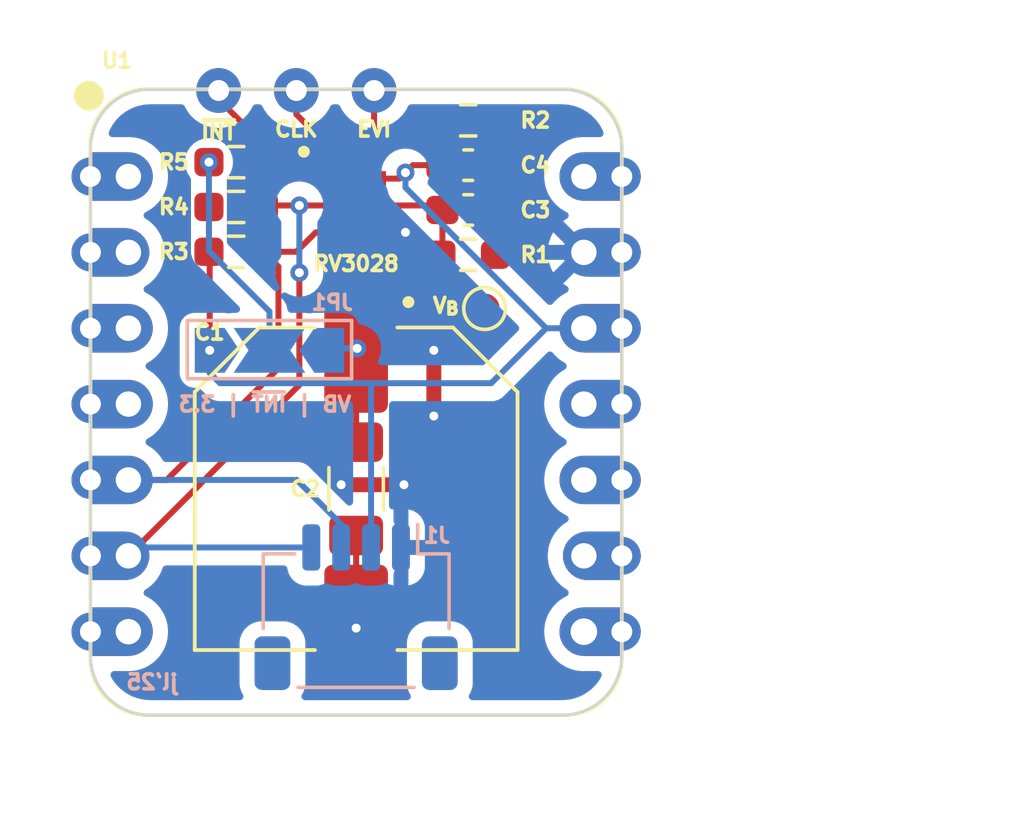
<source format=kicad_pcb>
(kicad_pcb (version 20241229) (generator "pcbnew") (generator_version "9.0")
  (title_block (comment 4 "AISLER Project ID: AVTLYPIM"))
  (layers (0 "F.Cu" signal) (2 "B.Cu" signal) (13 "F.Paste" user) (15 "B.Paste" user) (5 "F.SilkS" user "F.Silkscreen") (7 "B.SilkS" user "B.Silkscreen") (1 "F.Mask" user) (3 "B.Mask" user) (25 "Edge.Cuts" user))
  (net 0 "")
  (net 11 "GND")
  (net 12 "+3.3V")
  (net 13 "SCL")
  (net 14 "SDA")
  (net 15 "VBackup")
  (net 16 "Net-(JP1-C)")
  (net 17 "EVI")
  (net 18 "~{INT}")
  (net 19 "CLKOUT")
  (footprint "Resistor_SMD:R_0603_1608Metric_Pad0.98x0.95mm_HandSolder" (layer "F.Cu") (at 22.9475 23.38 180)
    (property "Reference" "R3" (at 2.0875 0 0) (layer "F.SilkS") (effects (font (size 0.5 0.5))))
    (property "Value" "10k")
    (fp_line (start -0.254724 0.5225) (end 0.254724 0.5225) (stroke (width 0.12)) (layer "F.SilkS"))
    (fp_line (start -0.254724 -0.5225) (end 0.254724 -0.5225) (stroke (width 0.12)) (layer "F.SilkS"))
    (pad "1" smd roundrect (at -0.9125 0 180) (size 0.975 0.95) (layers "F.Cu" "F.Mask" "F.Paste") (net 14 "SDA"))
    (pad "2" smd roundrect (at 0.9125 0 180) (size 0.975 0.95) (layers "F.Cu" "F.Mask" "F.Paste") (net 12 "+3.3V"))
  )
  (footprint "Capacitor_SMD:C_0603_1608Metric_Pad1.08x0.95mm_HandSolder" (layer "F.Cu") (at 30.71 20.48)
    (property "Reference" "C4" (at 2.25 0 0) (layer "F.SilkS") (effects (font (size 0.5 0.5))))
    (property "Value" "100n")
    (fp_line (start -0.146267 -0.51) (end 0.146267 -0.51) (stroke (width 0.12)) (layer "F.SilkS"))
    (fp_line (start -0.146267 0.51) (end 0.146267 0.51) (stroke (width 0.12)) (layer "F.SilkS"))
    (pad "1" smd roundrect (at -0.8625 0) (size 1.075 0.95) (layers "F.Cu" "F.Mask" "F.Paste") (net 12 "+3.3V"))
    (pad "2" smd roundrect (at 0.8625 0) (size 1.075 0.95) (layers "F.Cu" "F.Mask" "F.Paste") (net 11 "GND"))
  )
  (footprint "Resistor_SMD:R_0603_1608Metric_Pad0.98x0.95mm_HandSolder" (layer "F.Cu") (at 30.71 23.48)
    (property "Reference" "R1" (at 2.25 0 0) (layer "F.SilkS") (effects (font (size 0.5 0.5))))
    (property "Value" "10k")
    (fp_line (start -0.254724 -0.5225) (end 0.254724 -0.5225) (stroke (width 0.12)) (layer "F.SilkS"))
    (fp_line (start -0.254724 0.5225) (end 0.254724 0.5225) (stroke (width 0.12)) (layer "F.SilkS"))
    (pad "1" smd roundrect (at -0.9125 0) (size 0.975 0.95) (layers "F.Cu" "F.Mask" "F.Paste") (net 15 "VBackup"))
    (pad "2" smd roundrect (at 0.9125 0) (size 0.975 0.95) (layers "F.Cu" "F.Mask" "F.Paste") (net 11 "GND"))
  )
  (footprint "TestPoint:TestPoint_THTPad_D1.5mm_Drill0.7mm" (layer "F.Cu") (at 24.96 17.98)
    (property "Reference" "CLK" (at 0 1.3 0) (layer "F.SilkS") (effects (font (size 0.5 0.5) (thickness 0.125))))
    (property "Value" "TestPoint CLKOUT")
    (pad "1" thru_hole circle (at 0 0) (size 1.5 1.5) (drill 0.7) (layers "*.Cu" "*.Mask") (net 19 "CLKOUT"))
  )
  (footprint "TestPoint:TestPoint_THTPad_D1.5mm_Drill0.7mm" (layer "F.Cu") (at 22.36 17.98)
    (property "Reference" "~{INT}" (at 0 1.4 0) (layer "F.SilkS") (effects (font (size 0.5 0.5) (thickness 0.125))))
    (property "Value" "TestPoint INT")
    (pad "1" thru_hole circle (at 0 0) (size 1.5 1.5) (drill 0.7) (layers "*.Cu" "*.Mask") (net 18 "~{INT}"))
  )
  (footprint "Seeed Studio XIAO Series Library:XIAO-Add-On" (layer "F.Cu") (at 26.96 28.48)
    (property "Reference" "U1" (at -8 -11.5 0) (layer "F.SilkS") (effects (font (size 0.5 0.5) (thickness 0.1016))))
    (property "Value" "XIAO-ADDON")
    (fp_line (start -8.89 8.509) (end -8.89 -8.636) (stroke (width 0.127)) (layer "F.SilkS"))
    (fp_line (start -6.985 10.414) (end 6.985 10.414) (stroke (width 0.127)) (layer "F.SilkS"))
    (fp_line (start 6.985 -10.541) (end -6.985 -10.541) (stroke (width 0.127)) (layer "F.SilkS"))
    (fp_line (start 8.89 8.509) (end 8.89 -8.636) (stroke (width 0.127)) (layer "F.SilkS"))
    (fp_arc (start -8.89 -8.636) (mid -8.332038 -9.983038) (end -6.985 -10.541) (stroke (width 0.127)) (layer "F.SilkS"))
    (fp_arc (start -6.985 10.414) (mid -8.332038 9.856038) (end -8.89 8.509) (stroke (width 0.127)) (layer "F.SilkS"))
    (fp_arc (start 6.985 -10.541) (mid 8.332038 -9.983038) (end 8.89 -8.636) (stroke (width 0.127)) (layer "F.SilkS"))
    (fp_arc (start 8.89 8.509) (mid 8.332038 9.856038) (end 6.985 10.414) (stroke (width 0.127)) (layer "F.SilkS"))
    (fp_circle (center -8.942 -10.324) (end -8.942 -10.578) (stroke (width 0.5)) (fill yes) (layer "F.SilkS"))
    (pad "1" thru_hole circle (at -8.89 -7.62 270) (size 1.27 1.27) (drill 0.7) (layers "*.Cu" "*.Mask"))
    (pad "1" smd custom (at -8.278 -7.62 90) (size 1.626 1.325) (layers "F.Cu" "F.Mask") (options (clearance outline) (anchor rect)) (primitives (gr_circle (center 0 0.663) (end 0.813 0.663) (width 0) (fill yes))))
    (pad "1" smd custom (at -8.278 -7.62 90) (size 1.626 1.325) (layers "B.Cu" "B.Mask" "B.Paste") (options (clearance outline) (anchor rect)) (primitives (gr_circle (center 0 0.663) (end -0.813 0.663) (width 0) (fill yes))))
    (pad "1" thru_hole roundrect (at -7.62 -7.62) (size 1.5 1.5) (drill 0.85) (layers "*.Cu" "*.Mask") (chamfer_ratio 0.2928932188) (chamfer top_left top_right bottom_left bottom_right))
    (pad "2" thru_hole circle (at -8.89 -5.08 270) (size 1.27 1.27) (drill 0.7) (layers "*.Cu" "*.Mask"))
    (pad "2" smd custom (at -8.337 -5.08 90) (size 1.626 1.208) (layers "F.Cu" "F.Mask") (options (clearance outline) (anchor rect)) (primitives (gr_circle (center 0 0.6045) (end 0.813 0.6045) (width 0) (fill yes))))
    (pad "2" smd custom (at -8.337 -5.08 90) (size 1.626 1.208) (layers "B.Cu" "B.Mask" "B.Paste") (options (clearance outline) (anchor rect)) (primitives (gr_circle (center 0 0.6045) (end -0.813 0.6045) (width 0) (fill yes))))
    (pad "2" thru_hole circle (at -7.62 -5.08) (size 1.4 1.4) (drill 0.85) (layers "*.Cu"))
    (pad "3" thru_hole circle (at -8.89 -2.54 270) (size 1.27 1.27) (drill 0.7) (layers "*.Cu" "*.Mask"))
    (pad "3" smd custom (at -8.278 -2.54 90) (size 1.626 1.325) (layers "F.Cu" "F.Mask") (options (clearance outline) (anchor rect)) (primitives (gr_circle (center 0 0.663) (end 0.813 0.663) (width 0) (fill yes))))
    (pad "3" smd custom (at -8.278 -2.54 90) (size 1.626 1.325) (layers "B.Cu" "B.Mask" "B.Paste") (options (clearance outline) (anchor rect)) (primitives (gr_circle (center 0 0.663) (end -0.813 0.663) (width 0) (fill yes))))
    (pad "3" thru_hole circle (at -7.62 -2.54) (size 1.5 1.5) (drill 0.85) (layers "*.Cu" "*.Mask"))
    (pad "4" thru_hole circle (at -8.89 0 270) (size 1.27 1.27) (drill 0.7) (layers "*.Cu" "*.Mask"))
    (pad "4" smd custom (at -8.278 0 90) (size 1.626 1.325) (layers "F.Cu" "F.Mask") (options (clearance outline) (anchor rect)) (primitives (gr_circle (center 0 0.663) (end 0.813 0.663) (width 0) (fill yes))))
    (pad "4" smd custom (at -8.278 0 90) (size 1.626 1.325) (layers "B.Cu" "B.Mask" "B.Paste") (options (clearance outline) (anchor rect)) (primitives (gr_circle (center 0 0.663) (end -0.813 0.663) (width 0) (fill yes))))
    (pad "4" thru_hole circle (at -7.62 0) (size 1.5 1.5) (drill 0.85) (layers "*.Cu" "*.Mask"))
    (pad "5" thru_hole circle (at -8.89 2.54 270) (size 1.27 1.27) (drill 0.7) (layers "*.Cu" "*.Mask") (net 14 "SDA"))
    (pad "5" smd custom (at -8.278 2.54 90) (size 1.626 1.325) (layers "F.Cu" "F.Mask") (net 14 "SDA") (options (clearance outline) (anchor rect)) (primitives (gr_circle (center 0 0.663) (end 0.813 0.663) (width 0) (fill yes))))
    (pad "5" smd custom (at -8.278 2.54 90) (size 1.626 1.325) (layers "B.Cu" "B.Mask" "B.Paste") (net 14 "SDA") (options (clearance outline) (anchor rect)) (primitives (gr_circle (center 0 0.663) (end -0.813 0.663) (width 0) (fill yes))))
    (pad "5" thru_hole circle (at -7.62 2.54) (size 1.5 1.5) (drill 0.85) (layers "*.Cu" "*.Mask") (net 14 "SDA"))
    (pad "6" thru_hole circle (at -8.89 5.08 270) (size 1.27 1.27) (drill 0.7) (layers "*.Cu" "*.Mask") (net 13 "SCL"))
    (pad "6" smd custom (at -8.337 5.08 90) (size 1.626 1.208) (layers "F.Cu" "F.Mask") (net 13 "SCL") (options (clearance outline) (anchor rect)) (primitives (gr_circle (center 0 0.6045) (end 0.813 0.6045) (width 0) (fill yes))))
    (pad "6" smd custom (at -8.337 5.08 90) (size 1.626 1.208) (layers "B.Cu" "B.Mask" "B.Paste") (net 13 "SCL") (options (clearance outline) (anchor rect)) (primitives (gr_circle (center 0 0.6045) (end -0.813 0.6045) (width 0) (fill yes))))
    (pad "6" thru_hole circle (at -7.62 5.08) (size 1.4 1.4) (drill 0.85) (layers "*.Cu") (net 13 "SCL"))
    (pad "7" thru_hole circle (at -8.89 7.62 270) (size 1.27 1.27) (drill 0.7) (layers "*.Cu" "*.Mask"))
    (pad "7" smd custom (at -8.278 7.62 90) (size 1.626 1.325) (layers "F.Cu" "F.Mask") (options (clearance outline) (anchor rect)) (primitives (gr_circle (center 0 0.663) (end 0.813 0.663) (width 0) (fill yes))))
    (pad "7" smd custom (at -8.278 7.62 90) (size 1.626 1.325) (layers "B.Cu" "B.Mask" "B.Paste") (options (clearance outline) (anchor rect)) (primitives (gr_circle (center 0 0.663) (end -0.813 0.663) (width 0) (fill yes))))
    (pad "7" thru_hole circle (at -7.62 7.62) (size 1.5 1.5) (drill 0.85) (layers "*.Cu" "*.Mask"))
    (pad "8" thru_hole circle (at 7.62 7.62) (size 1.524 1.524) (drill 0.889) (layers "*.Cu" "*.Mask"))
    (pad "8" smd custom (at 8.278 7.62 270) (size 1.626 1.325) (layers "F.Cu" "F.Mask") (options (clearance outline) (anchor rect)) (primitives (gr_circle (center 0 0.663) (end 0.813 0.663) (width 0) (fill yes))))
    (pad "8" smd custom (at 8.278 7.62 270) (size 1.626 1.325) (layers "B.Cu" "B.Mask" "B.Paste") (options (clearance outline) (anchor rect)) (primitives (gr_circle (center 0 0.663) (end -0.813 0.663) (width 0) (fill yes))))
    (pad "8" thru_hole circle (at 8.89 7.62 90) (size 1.27 1.27) (drill 0.7) (layers "*.Cu" "*.Mask"))
    (pad "9" thru_hole circle (at 7.62 5.08 180) (size 1.4 1.4) (drill 0.85) (layers "*.Cu"))
    (pad "9" smd custom (at 8.337 5.08 270) (size 1.626 1.208) (layers "F.Cu" "F.Mask") (options (clearance outline) (anchor rect)) (primitives (gr_circle (center 0 0.6045) (end 0.813 0.6045) (width 0) (fill yes))))
    (pad "9" smd custom (at 8.337 5.08 270) (size 1.626 1.208) (layers "B.Cu" "B.Mask" "B.Paste") (options (clearance outline) (anchor rect)) (primitives (gr_circle (center 0 0.6045) (end -0.813 0.6045) (width 0) (fill yes))))
    (pad "9" thru_hole circle (at 8.89 5.08 90) (size 1.27 1.27) (drill 0.7) (layers "*.Cu" "*.Mask"))
    (pad "10" thru_hole circle (at 7.62 2.54 180) (size 1.5 1.5) (drill 0.85) (layers "*.Cu" "*.Mask"))
    (pad "10" smd custom (at 8.278 2.54 270) (size 1.626 1.325) (layers "F.Cu" "F.Mask") (options (clearance outline) (anchor rect)) (primitives (gr_circle (center 0 0.663) (end 0.813 0.663) (width 0) (fill yes))))
    (pad "10" smd custom (at 8.278 2.54 270) (size 1.626 1.325) (layers "B.Cu" "B.Mask" "B.Paste") (options (clearance outline) (anchor rect)) (primitives (gr_circle (center 0 0.663) (end -0.813 0.663) (width 0) (fill yes))))
    (pad "10" thru_hole circle (at 8.89 2.54 90) (size 1.27 1.27) (drill 0.7) (layers "*.Cu" "*.Mask"))
    (pad "11" thru_hole circle (at 7.62 0 180) (size 1.5 1.5) (drill 0.85) (layers "*.Cu" "*.Mask"))
    (pad "11" smd custom (at 8.278 0 270) (size 1.626 1.325) (layers "F.Cu" "F.Mask") (options (clearance outline) (anchor rect)) (primitives (gr_circle (center 0 0.663) (end 0.813 0.663) (width 0) (fill yes))))
    (pad "11" smd custom (at 8.278 0 270) (size 1.626 1.325) (layers "B.Cu" "B.Mask" "B.Paste") (options (clearance outline) (anchor rect)) (primitives (gr_circle (center 0 0.663) (end -0.813 0.663) (width 0) (fill yes))))
    (pad "11" thru_hole circle (at 8.89 0 90) (size 1.27 1.27) (drill 0.7) (layers "*.Cu" "*.Mask"))
    (pad "12" thru_hole circle (at 7.62 -2.54 180) (size 1.5 1.5) (drill 0.85) (layers "*.Cu" "*.Mask") (net 12 "+3.3V"))
    (pad "12" smd custom (at 8.278 -2.54 270) (size 1.626 1.325) (layers "F.Cu" "F.Mask") (net 12 "+3.3V") (options (clearance outline) (anchor rect)) (primitives (gr_circle (center 0 0.663) (end 0.813 0.663) (width 0) (fill yes))))
    (pad "12" smd custom (at 8.278 -2.54 270) (size 1.626 1.325) (layers "B.Cu" "B.Mask" "B.Paste") (net 12 "+3.3V") (options (clearance outline) (anchor rect)) (primitives (gr_circle (center 0 0.663) (end -0.813 0.663) (width 0) (fill yes))))
    (pad "12" thru_hole circle (at 8.89 -2.54 90) (size 1.27 1.27) (drill 0.7) (layers "*.Cu" "*.Mask") (net 12 "+3.3V"))
    (pad "13" thru_hole circle (at 7.62 -5.08 180) (size 1.4 1.4) (drill 0.85) (layers "*.Cu") (net 11 "GND"))
    (pad "13" smd custom (at 8.337 -5.08 270) (size 1.626 1.208) (layers "F.Cu" "F.Mask") (net 11 "GND") (options (clearance outline) (anchor rect)) (primitives (gr_circle (center 0 0.6045) (end 0.813 0.6045) (width 0) (fill yes))))
    (pad "13" smd custom (at 8.337 -5.08 270) (size 1.626 1.208) (layers "B.Cu" "B.Mask" "B.Paste") (net 11 "GND") (options (clearance outline) (anchor rect)) (primitives (gr_circle (center 0 0.6045) (end -0.813 0.6045) (width 0) (fill yes))))
    (pad "13" thru_hole circle (at 8.89 -5.08 90) (size 1.27 1.27) (drill 0.7) (layers "*.Cu" "*.Mask") (net 11 "GND"))
    (pad "14" thru_hole circle (at 7.62 -7.62 180) (size 1.5 1.5) (drill 0.85) (layers "*.Cu" "*.Mask"))
    (pad "14" smd custom (at 8.278 -7.62 270) (size 1.626 1.325) (layers "F.Cu" "F.Mask") (options (clearance outline) (anchor rect)) (primitives (gr_circle (center 0 0.663) (end 0.813 0.663) (width 0) (fill yes))))
    (pad "14" smd custom (at 8.278 -7.62 270) (size 1.626 1.325) (layers "B.Cu" "B.Mask" "B.Paste") (options (clearance outline) (anchor rect)) (primitives (gr_circle (center 0 0.663) (end -0.813 0.663) (width 0) (fill yes))))
    (pad "14" thru_hole circle (at 8.89 -7.62 90) (size 1.27 1.27) (drill 0.7) (layers "*.Cu" "*.Mask"))
  )
  (footprint "FC0H104ZFTBR24:CAPAE1080X580N" (layer "F.Cu") (at 26.96 31.315 -90)
    (property "Reference" "C1" (at -5.235 4.9 180) (layer "F.SilkS") (effects (font (size 0.5 0.5))))
    (property "Value" "FC0H104ZFTBR24")
    (fp_line (start -3.24 5.4) (end -5.4 3.24) (stroke (width 0.127)) (layer "F.SilkS"))
    (fp_line (start 5.4 5.4) (end -3.24 5.4) (stroke (width 0.127)) (layer "F.SilkS"))
    (fp_line (start -5.4 3.24) (end -5.4 1.379) (stroke (width 0.127)) (layer "F.SilkS"))
    (fp_line (start 5.4 1.379) (end 5.4 5.4) (stroke (width 0.127)) (layer "F.SilkS"))
    (fp_line (start -5.4 -3.24) (end -5.4 -1.379) (stroke (width 0.127)) (layer "F.SilkS"))
    (fp_line (start -5.4 -3.24) (end -3.24 -5.4) (stroke (width 0.127)) (layer "F.SilkS"))
    (fp_line (start -3.24 -5.4) (end 5.4 -5.4) (stroke (width 0.127)) (layer "F.SilkS"))
    (fp_line (start 5.4 -5.4) (end 5.4 -1.379) (stroke (width 0.127)) (layer "F.SilkS"))
    (fp_circle (center -6.25 -1.75) (end -6.15 -1.75) (stroke (width 0.2)) (fill no) (layer "F.SilkS"))
    (pad "1" smd roundrect (at -4.665 0 270) (size 4.24 2.13) (layers "F.Cu" "F.Mask" "F.Paste") (roundrect_rratio 0.125) (net 15 "VBackup"))
    (pad "2" smd roundrect (at 4.665 0 270) (size 4.24 2.13) (layers "F.Cu" "F.Mask" "F.Paste") (roundrect_rratio 0.125) (net 11 "GND"))
  )
  (footprint "Resistor_SMD:R_0603_1608Metric_Pad0.98x0.95mm_HandSolder" (layer "F.Cu") (at 22.9475 21.88 180)
    (property "Reference" "R4" (at 2.0875 0 0) (layer "F.SilkS") (effects (font (size 0.5 0.5))))
    (property "Value" "10k")
    (fp_line (start -0.254724 0.5225) (end 0.254724 0.5225) (stroke (width 0.12)) (layer "F.SilkS"))
    (fp_line (start -0.254724 -0.5225) (end 0.254724 -0.5225) (stroke (width 0.12)) (layer "F.SilkS"))
    (pad "1" smd roundrect (at -0.9125 0 180) (size 0.975 0.95) (layers "F.Cu" "F.Mask" "F.Paste") (net 13 "SCL"))
    (pad "2" smd roundrect (at 0.9125 0 180) (size 0.975 0.95) (layers "F.Cu" "F.Mask" "F.Paste") (net 12 "+3.3V"))
  )
  (footprint "Capacitor_SMD:C_0603_1608Metric_Pad1.08x0.95mm_HandSolder" (layer "F.Cu") (at 30.71 21.98)
    (property "Reference" "C3" (at 2.25 0 0) (layer "F.SilkS") (effects (font (size 0.5 0.5))))
    (property "Value" "100n")
    (fp_line (start -0.146267 -0.51) (end 0.146267 -0.51) (stroke (width 0.12)) (layer "F.SilkS"))
    (fp_line (start -0.146267 0.51) (end 0.146267 0.51) (stroke (width 0.12)) (layer "F.SilkS"))
    (pad "1" smd roundrect (at -0.8625 0) (size 1.075 0.95) (layers "F.Cu" "F.Mask" "F.Paste") (net 15 "VBackup"))
    (pad "2" smd roundrect (at 0.8625 0) (size 1.075 0.95) (layers "F.Cu" "F.Mask" "F.Paste") (net 11 "GND"))
  )
  (footprint "TestPoint:TestPoint_Pad_D1.0mm" (layer "F.Cu") (at 31.26 25.28)
    (property "Reference" "V_{B}" (at -1.3 -0.1 0) (layer "F.SilkS") (effects (font (size 0.5 0.5) (thickness 0.125))))
    (property "Value" "TestPoint VBackup")
    (fp_circle (center 0 0) (end 0 0.7) (stroke (width 0.12)) (fill no) (layer "F.SilkS"))
    (pad "1" smd circle (at 0 0) (size 1 1) (layers "F.Cu" "F.Mask") (net 15 "VBackup"))
  )
  (footprint "Resistor_SMD:R_0603_1608Metric_Pad0.98x0.95mm_HandSolder" (layer "F.Cu") (at 30.71 18.98 180)
    (property "Reference" "R2" (at -2.25 0 0) (layer "F.SilkS") (effects (font (size 0.5 0.5))))
    (property "Value" "10k")
    (fp_line (start -0.254724 0.5225) (end 0.254724 0.5225) (stroke (width 0.12)) (layer "F.SilkS"))
    (fp_line (start -0.254724 -0.5225) (end 0.254724 -0.5225) (stroke (width 0.12)) (layer "F.SilkS"))
    (pad "1" smd roundrect (at -0.9125 0 180) (size 0.975 0.95) (layers "F.Cu" "F.Mask" "F.Paste") (net 11 "GND"))
    (pad "2" smd roundrect (at 0.9125 0 180) (size 0.975 0.95) (layers "F.Cu" "F.Mask" "F.Paste") (net 17 "EVI"))
  )
  (footprint "RV_3028_C7_32_768KHZ_1PPM_TA_QC:IC_RV-3028-C7_32.768KHZ_1PPM-TA-QC" (layer "F.Cu") (at 26.96 21.38)
    (property "Reference" "RV3028" (at 0 2.4 0) (layer "F.SilkS") (effects (font (size 0.5 0.5) (thickness 0.125))))
    (property "Value" "RV-3028-C7_32.768KHZ_1PPM-TA-QC")
    (fp_circle (center -1.75 -1.35) (end -1.65 -1.35) (stroke (width 0.2)) (fill no) (layer "F.SilkS"))
    (pad "1" smd rect (at -0.6 -1.35) (size 0.8 0.5) (layers "F.Cu" "F.Mask" "F.Paste") (net 19 "CLKOUT"))
    (pad "2" smd rect (at -0.6 -0.45) (size 0.8 0.5) (layers "F.Cu" "F.Mask" "F.Paste") (net 18 "~{INT}"))
    (pad "3" smd rect (at -0.6 0.45) (size 0.8 0.5) (layers "F.Cu" "F.Mask" "F.Paste") (net 13 "SCL"))
    (pad "4" smd rect (at -0.6 1.35) (size 0.8 0.5) (layers "F.Cu" "F.Mask" "F.Paste") (net 14 "SDA"))
    (pad "5" smd rect (at 0.6 1.35) (size 0.8 0.5) (layers "F.Cu" "F.Mask" "F.Paste") (net 11 "GND"))
    (pad "6" smd rect (at 0.6 0.45) (size 0.8 0.5) (layers "F.Cu" "F.Mask" "F.Paste") (net 15 "VBackup"))
    (pad "7" smd rect (at 0.6 -0.45) (size 0.8 0.5) (layers "F.Cu" "F.Mask" "F.Paste") (net 12 "+3.3V"))
    (pad "8" smd rect (at 0.6 -1.35) (size 0.8 0.5) (layers "F.Cu" "F.Mask" "F.Paste") (net 17 "EVI"))
  )
  (footprint "Capacitor_SMD:C_1206_3216Metric_Pad1.33x1.80mm_HandSolder" (layer "F.Cu") (at 26.96 31.3175 -90)
    (property "Reference" "C2" (at 0 1.7 0) (layer "F.SilkS") (effects (font (size 0.5 0.5))))
    (property "Value" "100µ")
    (fp_line (start -0.711252 0.91) (end 0.711252 0.91) (stroke (width 0.12)) (layer "F.SilkS"))
    (fp_line (start -0.711252 -0.91) (end 0.711252 -0.91) (stroke (width 0.12)) (layer "F.SilkS"))
    (pad "1" smd roundrect (at -1.5625 0 270) (size 1.325 1.8) (layers "F.Cu" "F.Mask" "F.Paste") (roundrect_rratio 0.188679) (net 15 "VBackup"))
    (pad "2" smd roundrect (at 1.5625 0 270) (size 1.325 1.8) (layers "F.Cu" "F.Mask" "F.Paste") (roundrect_rratio 0.188679) (net 11 "GND"))
  )
  (footprint "TestPoint:TestPoint_THTPad_D1.5mm_Drill0.7mm" (layer "F.Cu") (at 27.56 17.98)
    (property "Reference" "EVI" (at 0 1.3 0) (layer "F.SilkS") (effects (font (size 0.5 0.5) (thickness 0.125))))
    (property "Value" "TestPoint EVI")
    (pad "1" thru_hole circle (at 0 0) (size 1.5 1.5) (drill 0.7) (layers "*.Cu" "*.Mask") (net 17 "EVI"))
  )
  (footprint "Resistor_SMD:R_0603_1608Metric_Pad0.98x0.95mm_HandSolder" (layer "F.Cu") (at 22.9475 20.38 180)
    (property "Reference" "R5" (at 2.0875 0 0) (layer "F.SilkS") (effects (font (size 0.5 0.5))))
    (property "Value" "10k")
    (fp_line (start -0.254724 0.5225) (end 0.254724 0.5225) (stroke (width 0.12)) (layer "F.SilkS"))
    (fp_line (start -0.254724 -0.5225) (end 0.254724 -0.5225) (stroke (width 0.12)) (layer "F.SilkS"))
    (pad "1" smd roundrect (at -0.9125 0 180) (size 0.975 0.95) (layers "F.Cu" "F.Mask" "F.Paste") (net 18 "~{INT}"))
    (pad "2" smd roundrect (at 0.9125 0 180) (size 0.975 0.95) (layers "F.Cu" "F.Mask" "F.Paste") (net 16 "Net-(JP1-C)"))
  )
  (footprint "Connector_JST:JST_SH_SM04B-SRSS-TB_1x04-1MP_P1.00mm_Horizontal" (layer "B.Cu") (at 26.96 35.28 180)
    (property "Reference" "J1" (at -2.7 2.4 0) (layer "B.SilkS") (effects (font (size 0.5 0.5)) (justify mirror)))
    (property "Value" "Conn_01x04_Pin")
    (fp_line (start 3.11 1.785) (end 3.11 -0.715) (stroke (width 0.12)) (layer "B.SilkS"))
    (fp_line (start 2.06 1.785) (end 3.11 1.785) (stroke (width 0.12)) (layer "B.SilkS"))
    (fp_line (start 1.94 -2.685) (end -1.94 -2.685) (stroke (width 0.12)) (layer "B.SilkS"))
    (fp_line (start -2.06 2.775) (end -2.06 1.785) (stroke (width 0.12)) (layer "B.SilkS"))
    (fp_line (start -2.06 1.785) (end -3.11 1.785) (stroke (width 0.12)) (layer "B.SilkS"))
    (fp_line (start -3.11 1.785) (end -3.11 -0.715) (stroke (width 0.12)) (layer "B.SilkS"))
    (pad "1" smd roundrect (at -1.5 2 180) (size 0.6 1.55) (layers "B.Cu" "B.Mask" "B.Paste") (net 11 "GND"))
    (pad "2" smd roundrect (at -0.5 2 180) (size 0.6 1.55) (layers "B.Cu" "B.Mask" "B.Paste") (net 12 "+3.3V"))
    (pad "3" smd roundrect (at 0.5 2 180) (size 0.6 1.55) (layers "B.Cu" "B.Mask" "B.Paste") (net 14 "SDA"))
    (pad "4" smd roundrect (at 1.5 2 180) (size 0.6 1.55) (layers "B.Cu" "B.Mask" "B.Paste") (net 13 "SCL"))
    (pad "MP" smd roundrect (at -2.8 -1.875 180) (size 1.2 1.8) (layers "B.Cu" "B.Mask" "B.Paste") (roundrect_rratio 0.208333))
    (pad "MP" smd roundrect (at 2.8 -1.875 180) (size 1.2 1.8) (layers "B.Cu" "B.Mask" "B.Paste") (roundrect_rratio 0.208333))
  )
  (footprint "Jumper:SolderJumper-3_P2.0mm_Open_TrianglePad1.0x1.5mm_NumberLabels" (layer "B.Cu") (at 24.06 26.68 180)
    (property "Reference" "JP1" (at -2.1 1.6 0) (layer "B.SilkS") (effects (font (size 0.5 0.5)) (justify mirror)))
    (property "Value" "SolderJumper_3_Open")
    (fp_line (start 2.75 1) (end -2.75 1) (stroke (width 0.12)) (layer "B.SilkS"))
    (fp_line (start 2.75 -0.95) (end 2.75 1) (stroke (width 0.12)) (layer "B.SilkS"))
    (fp_line (start -2.75 1) (end -2.75 -0.95) (stroke (width 0.12)) (layer "B.SilkS"))
    (fp_line (start -2.75 -0.95) (end 2.75 -0.95) (stroke (width 0.12)) (layer "B.SilkS"))
    (pad "1" smd custom (at -2 0 180) (size 0.3 0.3) (layers "B.Cu" "B.Mask") (net 15 "VBackup") (options (clearance outline) (anchor rect)) (primitives (gr_poly (pts (xy 1 0) (xy 0.5 -0.75) (xy -0.5 -0.75) (xy -0.5 0.75) (xy 0.5 0.75)) (width 0) (fill yes))))
    (pad "2" smd custom (at 0 0 180) (size 0.3 0.3) (layers "B.Cu") (net 16 "Net-(JP1-C)") (options (clearance outline) (anchor rect)) (primitives (gr_poly (pts (xy 0.7 0) (xy 1.2 -0.75) (xy -1.2 -0.75) (xy -0.7 0) (xy -1.2 0.75) (xy 1.2 0.75)) (width 0) (fill yes))))
    (pad "3" smd custom (at 2 0) (size 0.3 0.3) (layers "B.Cu" "B.Mask") (net 12 "+3.3V") (options (clearance outline) (anchor rect)) (primitives (gr_poly (pts (xy 1 0) (xy 0.5 -0.75) (xy -0.5 -0.75) (xy -0.5 0.75) (xy 0.5 0.75)) (width 0) (fill yes))))
  )
  (gr_line (start 35.85 19.94) (end 35.85 36.894) (stroke (width 0.1)) (layer "Edge.Cuts"))
  (gr_arc (start 18.07 19.94) (mid 18.655786 18.525786) (end 20.07 17.94) (stroke (width 0.1)) (layer "Edge.Cuts"))
  (gr_arc (start 33.85 17.94) (mid 35.264214 18.525786) (end 35.85 19.94) (stroke (width 0.1)) (layer "Edge.Cuts"))
  (gr_line (start 18.07 36.894) (end 18.07 19.94) (stroke (width 0.1)) (layer "Edge.Cuts"))
  (gr_line (start 33.85 38.894) (end 20.07 38.894) (stroke (width 0.1)) (layer "Edge.Cuts"))
  (gr_arc (start 20.07 38.894) (mid 18.655786 38.308214) (end 18.07 36.894) (stroke (width 0.1)) (layer "Edge.Cuts"))
  (gr_arc (start 35.85 36.894) (mid 35.264214 38.308214) (end 33.85 38.894) (stroke (width 0.1)) (layer "Edge.Cuts"))
  (gr_line (start 20.07 17.94) (end 33.85 17.94) (stroke (width 0.1)) (layer "Edge.Cuts"))
  (gr_text "VB | ~{INT} | 3.3" (at 26.86 28.78 0) (layer "B.SilkS") (effects (font (size 0.5 0.5) (thickness 0.125) (bold yes)) (justify left bottom mirror)))
  (gr_text "jl'25" (at 21.06 38.08 0) (layer "B.SilkS") (effects (font (size 0.5 0.5) (thickness 0.125)) (justify left bottom mirror)))
  (segment (start 27.56 22.73) (end 28.56 22.73) (width 0.2) (layer "F.Cu") (net 11))
  (segment (start 31.6225 23.48) (end 34.5 23.48) (width 0.2) (layer "F.Cu") (net 11))
  (segment (start 26.96 32.88) (end 26.96 35.98) (width 0.2) (layer "F.Cu") (net 11))
  (segment (start 34.5 23.48) (end 34.58 23.4) (width 0.2) (layer "F.Cu") (net 11))
  (segment (start 29.56 28.88) (end 29.56 26.68) (width 0.5) (layer "F.Cu") (net 11))
  (segment (start 26.46 31.18) (end 28.56 31.18) (width 0.5) (layer "F.Cu") (net 11))
  (segment (start 31.5725 23.43) (end 31.6225 23.48) (width 0.2) (layer "F.Cu") (net 11))
  (segment (start 31.6225 20.43) (end 31.5725 20.48) (width 0.2) (layer "F.Cu") (net 11))
  (segment (start 31.5725 21.98) (end 31.5725 23.43) (width 0.2) (layer "F.Cu") (net 11))
  (segment (start 31.6225 18.98) (end 31.6225 20.43) (width 0.2) (layer "F.Cu") (net 11))
  (segment (start 31.5725 20.48) (end 31.5725 21.98) (width 0.2) (layer "F.Cu") (net 11))
  (via (at 29.56 26.68) (size 0.6) (drill 0.3) (layers "F.Cu" "B.Cu") (net 11))
  (via (at 29.56 28.88) (size 0.6) (drill 0.3) (layers "F.Cu" "B.Cu") (net 11))
  (via (at 28.56 31.18) (size 0.6) (drill 0.3) (layers "F.Cu" "B.Cu") (net 11))
  (via (at 26.96 35.98) (size 0.6) (drill 0.3) (layers "F.Cu" "B.Cu") (net 11))
  (via (at 28.61 22.73) (size 0.6) (drill 0.3) (layers "F.Cu" "B.Cu") (net 11))
  (via (at 26.46 31.18) (size 0.6) (drill 0.3) (layers "F.Cu" "B.Cu") (net 11))
  (segment (start 22.06 26.68) (end 22.06 24.48) (width 0.2) (layer "F.Cu") (net 12))
  (segment (start 22.035 23.38) (end 22.035 21.88) (width 0.2) (layer "F.Cu") (net 12))
  (segment (start 28.86 20.48) (end 28.61 20.73) (width 0.2) (layer "F.Cu") (net 12))
  (segment (start 22.06 23.405) (end 22.035 23.38) (width 0.2) (layer "F.Cu") (net 12))
  (segment (start 29.8475 20.48) (end 28.86 20.48) (width 0.2) (layer "F.Cu") (net 12))
  (segment (start 22.06 24.48) (end 22.06 23.405) (width 0.2) (layer "F.Cu") (net 12))
  (segment (start 28.41 20.93) (end 27.56 20.93) (width 0.2) (layer "F.Cu") (net 12))
  (segment (start 28.61 20.73) (end 28.41 20.93) (width 0.2) (layer "F.Cu") (net 12))
  (via (at 22.06 26.68) (size 0.6) (drill 0.3) (layers "F.Cu" "B.Cu") (net 12))
  (via (at 28.61 20.73) (size 0.6) (drill 0.3) (layers "F.Cu" "B.Cu") (net 12))
  (segment (start 31.48 27.78) (end 33.32 25.94) (width 0.2) (layer "B.Cu") (net 12))
  (segment (start 22.06 27.435) (end 22.405 27.78) (width 0.2) (layer "B.Cu") (net 12))
  (segment (start 33.32 25.94) (end 28.61 21.23) (width 0.2) (layer "B.Cu") (net 12))
  (segment (start 27.46 27.78) (end 31.48 27.78) (width 0.2) (layer "B.Cu") (net 12))
  (segment (start 27.46 33.28) (end 27.46 27.78) (width 0.2) (layer "B.Cu") (net 12))
  (segment (start 34.58 25.94) (end 33.32 25.94) (width 0.2) (layer "B.Cu") (net 12))
  (segment (start 28.61 21.23) (end 28.61 20.73) (width 0.2) (layer "B.Cu") (net 12))
  (segment (start 22.06 26.68) (end 22.06 27.435) (width 0.2) (layer "B.Cu") (net 12))
  (segment (start 22.405 27.78) (end 27.46 27.78) (width 0.2) (layer "B.Cu") (net 12))
  (segment (start 19.34 33.56) (end 25.06 27.84) (width 0.2) (layer "F.Cu") (net 13))
  (segment (start 25.06 21.83) (end 23.91 21.83) (width 0.2) (layer "F.Cu") (net 13))
  (segment (start 25.06 27.84) (end 25.06 24.08) (width 0.2) (layer "F.Cu") (net 13))
  (segment (start 23.91 21.83) (end 23.86 21.88) (width 0.2) (layer "F.Cu") (net 13))
  (segment (start 26.36 21.83) (end 25.06 21.83) (width 0.2) (layer "F.Cu") (net 13))
  (via (at 25.06 24.08) (size 0.6) (drill 0.3) (layers "F.Cu" "B.Cu") (net 13))
  (via (at 25.06 21.83) (size 0.6) (drill 0.3) (layers "F.Cu" "B.Cu") (net 13))
  (segment (start 19.62 33.28) (end 19.34 33.56) (width 0.2) (layer "B.Cu") (net 13))
  (segment (start 25.46 33.28) (end 19.62 33.28) (width 0.2) (layer "B.Cu") (net 13))
  (segment (start 25.06 24.08) (end 25.06 21.83) (width 0.2) (layer "B.Cu") (net 13))
  (segment (start 25.61 22.73) (end 24.96 23.38) (width 0.2) (layer "F.Cu") (net 14))
  (segment (start 20.62 31.02) (end 24.36 27.28) (width 0.2) (layer "F.Cu") (net 14))
  (segment (start 24.36 23.88) (end 23.86 23.38) (width 0.2) (layer "F.Cu") (net 14))
  (segment (start 24.96 23.38) (end 23.86 23.38) (width 0.2) (layer "F.Cu") (net 14))
  (segment (start 24.36 27.28) (end 24.36 23.88) (width 0.2) (layer "F.Cu") (net 14))
  (segment (start 26.36 22.73) (end 25.61 22.73) (width 0.2) (layer "F.Cu") (net 14))
  (segment (start 19.34 31.02) (end 20.62 31.02) (width 0.2) (layer "F.Cu") (net 14))
  (segment (start 26.46 32.505001) (end 24.974999 31.02) (width 0.2) (layer "B.Cu") (net 14))
  (segment (start 24.974999 31.02) (end 19.34 31.02) (width 0.2) (layer "B.Cu") (net 14))
  (segment (start 26.46 33.28) (end 26.46 32.505001) (width 0.2) (layer "B.Cu") (net 14))
  (segment (start 29.7975 23.8175) (end 29.7975 23.48) (width 0.2) (layer "F.Cu") (net 15))
  (segment (start 26.96 29.755) (end 26.96 26.65) (width 0.2) (layer "F.Cu") (net 15))
  (segment (start 27.56 21.83) (end 29.6975 21.83) (width 0.2) (layer "F.Cu") (net 15))
  (segment (start 29.6975 21.83) (end 29.8475 21.98) (width 0.2) (layer "F.Cu") (net 15))
  (segment (start 29.8475 23.43) (end 29.7975 23.48) (width 0.2) (layer "F.Cu") (net 15))
  (segment (start 31.26 25.28) (end 29.7975 23.8175) (width 0.2) (layer "F.Cu") (net 15))
  (segment (start 26.995 26.615) (end 26.96 26.65) (width 0.2) (layer "F.Cu") (net 15))
  (segment (start 29.7975 23.8125) (end 26.995 26.615) (width 0.2) (layer "F.Cu") (net 15))
  (segment (start 29.7975 23.48) (end 29.7975 23.8125) (width 0.2) (layer "F.Cu") (net 15))
  (segment (start 29.8475 21.98) (end 29.8475 23.43) (width 0.2) (layer "F.Cu") (net 15))
  (via (at 26.995 26.615) (size 0.6) (drill 0.3) (layers "F.Cu" "B.Cu") (net 15))
  (segment (start 26.125 26.615) (end 26.06 26.68) (width 0.2) (layer "B.Cu") (net 15))
  (segment (start 26.995 26.615) (end 26.125 26.615) (width 0.2) (layer "B.Cu") (net 15))
  (via (at 22.035 20.38) (size 0.6) (drill 0.3) (layers "F.Cu" "B.Cu") (net 16))
  (segment (start 22.035 23.355) (end 24.06 25.38) (width 0.2) (layer "B.Cu") (net 16))
  (segment (start 24.06 25.38) (end 24.06 26.68) (width 0.2) (layer "B.Cu") (net 16))
  (segment (start 22.035 20.38) (end 22.035 23.355) (width 0.2) (layer "B.Cu") (net 16))
  (segment (start 27.56 20.03) (end 27.56 18.54) (width 0.2) (layer "F.Cu") (net 17))
  (segment (start 28.61 18.98) (end 27.56 20.03) (width 0.2) (layer "F.Cu") (net 17))
  (segment (start 29.7975 18.98) (end 28.61 18.98) (width 0.2) (layer "F.Cu") (net 17))
  (segment (start 26.36 20.93) (end 25.71 20.93) (width 0.2) (layer "F.Cu") (net 18))
  (segment (start 25.16 20.38) (end 23.86 20.38) (width 0.2) (layer "F.Cu") (net 18))
  (segment (start 23.86 19.78) (end 22.62 18.54) (width 0.2) (layer "F.Cu") (net 18))
  (segment (start 25.71 20.93) (end 25.16 20.38) (width 0.2) (layer "F.Cu") (net 18))
  (segment (start 23.86 20.38) (end 23.86 19.78) (width 0.2) (layer "F.Cu") (net 18))
  (segment (start 22.62 18.54) (end 22.36 18.54) (width 0.2) (layer "F.Cu") (net 18))
  (segment (start 26.21 20.03) (end 24.96 18.78) (width 0.2) (layer "F.Cu") (net 19))
  (segment (start 26.36 20.03) (end 26.21 20.03) (width 0.2) (layer "F.Cu") (net 19))
  (segment (start 24.96 18.78) (end 24.96 18.54) (width 0.2) (layer "F.Cu") (net 19))
  (zone (net 11) (net_name "GND") (layer "B.Cu") (name "GND") (connect_pads (clearance 0.5)) (min_thickness 0.25) (fill yes (thermal_gap 0.5) (thermal_bridge_width 0.5))
    (polygon (pts (xy 37.26 40.48) (xy 16.86 40.48) (xy 16.86 16.28) (xy 37.26 16.28)))
  )
)
</source>
